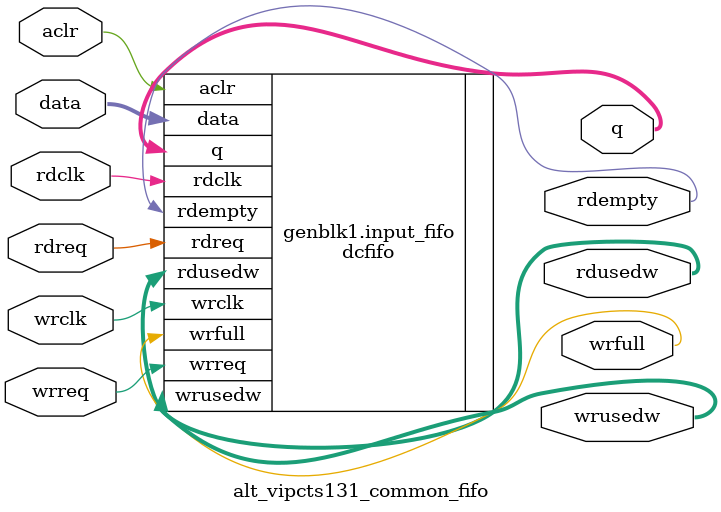
<source format=v>
module alt_vipcts131_common_fifo(
    wrclk,
    rdreq,
    aclr,
    rdclk,
    wrreq,
    data,
    rdusedw,
    rdempty,
    wrusedw,
    wrfull,
    q);

function integer alt_clogb2;
  input [31:0] value;
  integer i;
  begin
    alt_clogb2 = 32;
    for (i=31; i>0; i=i-1) begin
      if (2**i>=value)
        alt_clogb2 = i;
    end
  end
endfunction

parameter DATA_WIDTH = 20;
parameter FIFO_DEPTH = 1920;
parameter CLOCKS_ARE_SAME = 0;

parameter DATA_WIDTHU = alt_clogb2(FIFO_DEPTH);    

input wrclk;
input rdreq;
input aclr;
input rdclk;
input wrreq;
input [DATA_WIDTH-1:0] data;
output [DATA_WIDTHU-1:0] rdusedw;
output rdempty;
output [DATA_WIDTHU-1:0] wrusedw;
output wrfull;
output [DATA_WIDTH-1:0] q;

generate
    if(CLOCKS_ARE_SAME) begin
        assign rdusedw = wrusedw;
        
        scfifo input_fifo(
		    .rdreq(rdreq),
            .aclr(aclr),
			.clock(wrclk),
			.wrreq(wrreq),
			.data(data),
			.empty(rdempty),
			.full(wrfull),
            .usedw(wrusedw),
            .q(q));

        defparam
		    input_fifo.add_ram_output_register = "OFF",
            input_fifo.lpm_hint = "MAXIMIZE_SPEED=7,",      
            input_fifo.lpm_numwords = FIFO_DEPTH,
            input_fifo.lpm_showahead = "OFF",
            input_fifo.lpm_type = "scfifo",
            input_fifo.lpm_width = DATA_WIDTH,
            input_fifo.lpm_widthu = DATA_WIDTHU,
            input_fifo.overflow_checking = "OFF",
            input_fifo.underflow_checking = "OFF",
            input_fifo.use_eab = "ON";
    end else begin
        dcfifo input_fifo(
            .wrclk(wrclk),
            .rdreq(rdreq),
            .aclr(aclr),
            .rdclk(rdclk),
            .wrreq(wrreq),
            .data(data),
            .rdusedw(rdusedw),
            .rdempty(rdempty),
            .wrfull(wrfull),
            .wrusedw(wrusedw),
            .q(q));

        defparam
            input_fifo.lpm_hint = "MAXIMIZE_SPEED=7,",
            input_fifo.lpm_numwords = FIFO_DEPTH,
            input_fifo.lpm_showahead = "OFF",
            input_fifo.lpm_type = "dcfifo",
            input_fifo.lpm_width = DATA_WIDTH,
            input_fifo.lpm_widthu = DATA_WIDTHU,
            input_fifo.overflow_checking = "OFF",
            input_fifo.rdsync_delaypipe = 5,
            input_fifo.underflow_checking = "OFF",
            input_fifo.use_eab = "ON",
            input_fifo.wrsync_delaypipe = 5,
            input_fifo.read_aclr_synch = "ON";
    end
endgenerate

endmodule

</source>
